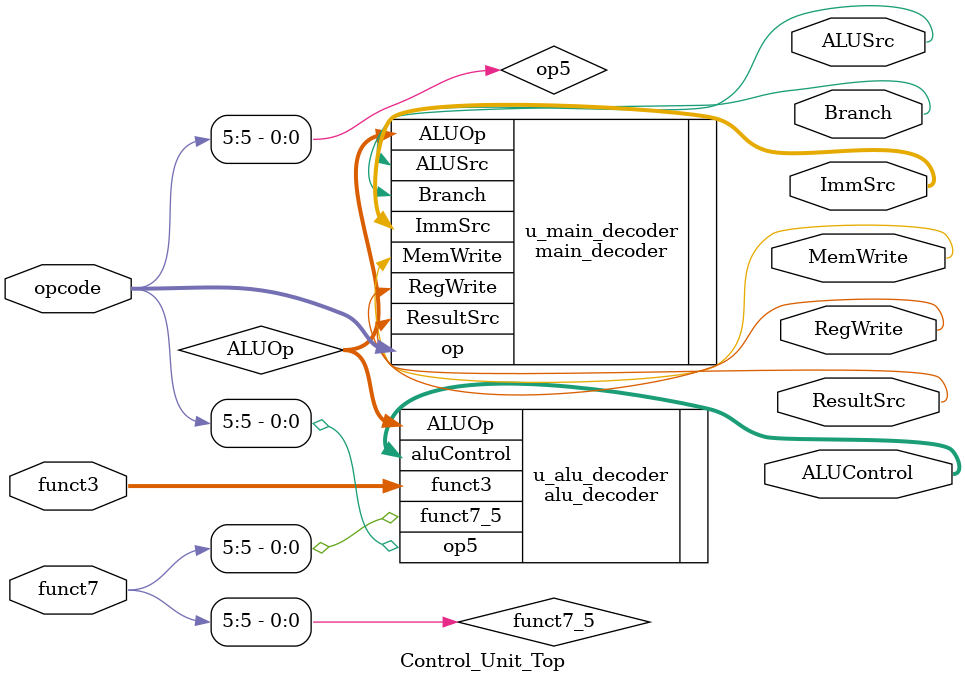
<source format=v>
module Control_Unit_Top (
    input  [6:0] opcode, funct7,
    input  [2:0] funct3,
    output       RegWrite, MemWrite, Branch, ALUSrc, ResultSrc,
    output [1:0] ImmSrc,
    output [2:0] ALUControl
);
    wire [1:0] ALUOp;
    wire       op5      = opcode[5];
    wire       funct7_5 = funct7[5];

    main_decoder u_main_decoder (
        .op(opcode),
        .RegWrite(RegWrite),
        .MemWrite(MemWrite),
        .ResultSrc(ResultSrc),
        .ALUSrc(ALUSrc),
        .ImmSrc(ImmSrc),
        .ALUOp(ALUOp),
        .Branch(Branch)
    );

    alu_decoder u_alu_decoder (
        .ALUOp(ALUOp),
        .op5(op5),
        .funct7_5(funct7_5),
        .funct3(funct3),
        .aluControl(ALUControl)
    );

endmodule
</source>
